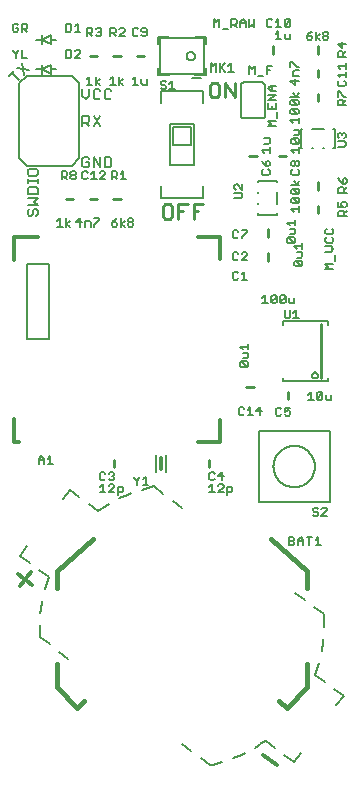
<source format=gbr>
G75*
%MOIN*%
%OFA0B0*%
%FSLAX25Y25*%
%IPPOS*%
%LPD*%
%AMOC8*
5,1,8,0,0,1.08239X$1,22.5*
%
%ADD10C,0.00600*%
%ADD11C,0.00900*%
%ADD12C,0.00500*%
%ADD13C,0.00800*%
%ADD14C,0.01000*%
%ADD15C,0.01600*%
%ADD16C,0.01200*%
%ADD17C,0.01181*%
D10*
X0025891Y0227128D02*
X0025891Y0224859D01*
X0027025Y0223725D01*
X0028159Y0224859D01*
X0028159Y0227128D01*
X0031842Y0226561D02*
X0031275Y0227128D01*
X0030141Y0227128D01*
X0029574Y0226561D01*
X0029574Y0224292D01*
X0030141Y0223725D01*
X0031275Y0223725D01*
X0031842Y0224292D01*
X0035525Y0226561D02*
X0034958Y0227128D01*
X0033824Y0227128D01*
X0033257Y0226561D01*
X0033257Y0224292D01*
X0033824Y0223725D01*
X0034958Y0223725D01*
X0035525Y0224292D01*
X0028159Y0203923D02*
X0027592Y0204490D01*
X0026458Y0204490D01*
X0025891Y0203923D01*
X0025891Y0201655D01*
X0026458Y0201087D01*
X0027592Y0201087D01*
X0028159Y0201655D01*
X0028159Y0202789D01*
X0027025Y0202789D01*
X0029574Y0201087D02*
X0029574Y0204490D01*
X0031842Y0201087D01*
X0031842Y0204490D01*
X0033257Y0204490D02*
X0033257Y0201087D01*
X0034958Y0201087D01*
X0035525Y0201655D01*
X0035525Y0203923D01*
X0034958Y0204490D01*
X0033257Y0204490D01*
X0004739Y0230065D02*
X0002333Y0232471D01*
X0001531Y0231669D02*
X0003135Y0233273D01*
X0004135Y0234273D02*
X0008146Y0233471D01*
X0006541Y0231867D02*
X0005739Y0235878D01*
X0025891Y0214867D02*
X0025891Y0218270D01*
X0027592Y0218270D01*
X0028159Y0217703D01*
X0028159Y0216568D01*
X0027592Y0216001D01*
X0025891Y0216001D01*
X0027025Y0216001D02*
X0028159Y0214867D01*
X0031842Y0214867D02*
X0029574Y0218270D01*
X0031842Y0218270D02*
X0029574Y0214867D01*
X0008183Y0187116D02*
X0007616Y0186549D01*
X0007616Y0185414D01*
X0008183Y0184847D01*
X0008750Y0184847D01*
X0009317Y0185414D01*
X0009317Y0186549D01*
X0009885Y0187116D01*
X0010452Y0187116D01*
X0011019Y0186549D01*
X0011019Y0185414D01*
X0010452Y0184847D01*
X0007616Y0188530D02*
X0011019Y0188530D01*
X0009885Y0189665D01*
X0011019Y0190799D01*
X0007616Y0190799D01*
X0007616Y0192214D02*
X0011019Y0192214D01*
X0011019Y0193915D01*
X0010452Y0194482D01*
X0008183Y0194482D01*
X0007616Y0193915D01*
X0007616Y0192214D01*
X0011019Y0195897D02*
X0011019Y0197031D01*
X0011019Y0196464D02*
X0007616Y0196464D01*
X0007616Y0195897D02*
X0007616Y0197031D01*
X0007616Y0200054D02*
X0007616Y0198919D01*
X0008183Y0198352D01*
X0010452Y0198352D01*
X0011019Y0198919D01*
X0011019Y0200054D01*
X0010452Y0200621D01*
X0008183Y0200621D01*
X0007616Y0200054D01*
X0084409Y0185346D02*
X0090787Y0185346D01*
X0090787Y0196543D02*
X0084409Y0196543D01*
X0090787Y0193000D02*
X0090787Y0188890D01*
X0084409Y0192630D02*
X0084409Y0193000D01*
X0084409Y0189260D02*
X0084409Y0188890D01*
X0084409Y0196173D02*
X0084409Y0196543D01*
X0084409Y0185717D02*
X0084409Y0185346D01*
X0090787Y0185346D02*
X0090787Y0185717D01*
X0090787Y0196173D02*
X0090787Y0196543D01*
X0078677Y0218425D02*
X0078677Y0228425D01*
X0086677Y0218425D02*
X0086675Y0218365D01*
X0086670Y0218304D01*
X0086661Y0218245D01*
X0086648Y0218186D01*
X0086632Y0218127D01*
X0086612Y0218070D01*
X0086589Y0218015D01*
X0086562Y0217960D01*
X0086533Y0217908D01*
X0086500Y0217857D01*
X0086464Y0217808D01*
X0086426Y0217762D01*
X0086384Y0217718D01*
X0086340Y0217676D01*
X0086294Y0217638D01*
X0086245Y0217602D01*
X0086194Y0217569D01*
X0086142Y0217540D01*
X0086087Y0217513D01*
X0086032Y0217490D01*
X0085975Y0217470D01*
X0085916Y0217454D01*
X0085857Y0217441D01*
X0085798Y0217432D01*
X0085737Y0217427D01*
X0085677Y0217425D01*
X0086677Y0228425D02*
X0086675Y0228485D01*
X0086670Y0228546D01*
X0086661Y0228605D01*
X0086648Y0228664D01*
X0086632Y0228723D01*
X0086612Y0228780D01*
X0086589Y0228835D01*
X0086562Y0228890D01*
X0086533Y0228942D01*
X0086500Y0228993D01*
X0086464Y0229042D01*
X0086426Y0229088D01*
X0086384Y0229132D01*
X0086340Y0229174D01*
X0086294Y0229212D01*
X0086245Y0229248D01*
X0086194Y0229281D01*
X0086142Y0229310D01*
X0086087Y0229337D01*
X0086032Y0229360D01*
X0085975Y0229380D01*
X0085916Y0229396D01*
X0085857Y0229409D01*
X0085798Y0229418D01*
X0085737Y0229423D01*
X0085677Y0229425D01*
X0079677Y0229425D02*
X0079617Y0229423D01*
X0079556Y0229418D01*
X0079497Y0229409D01*
X0079438Y0229396D01*
X0079379Y0229380D01*
X0079322Y0229360D01*
X0079267Y0229337D01*
X0079212Y0229310D01*
X0079160Y0229281D01*
X0079109Y0229248D01*
X0079060Y0229212D01*
X0079014Y0229174D01*
X0078970Y0229132D01*
X0078928Y0229088D01*
X0078890Y0229042D01*
X0078854Y0228993D01*
X0078821Y0228942D01*
X0078792Y0228890D01*
X0078765Y0228835D01*
X0078742Y0228780D01*
X0078722Y0228723D01*
X0078706Y0228664D01*
X0078693Y0228605D01*
X0078684Y0228546D01*
X0078679Y0228485D01*
X0078677Y0228425D01*
X0078677Y0218425D02*
X0078679Y0218365D01*
X0078684Y0218304D01*
X0078693Y0218245D01*
X0078706Y0218186D01*
X0078722Y0218127D01*
X0078742Y0218070D01*
X0078765Y0218015D01*
X0078792Y0217960D01*
X0078821Y0217908D01*
X0078854Y0217857D01*
X0078890Y0217808D01*
X0078928Y0217762D01*
X0078970Y0217718D01*
X0079014Y0217676D01*
X0079060Y0217638D01*
X0079109Y0217602D01*
X0079160Y0217569D01*
X0079212Y0217540D01*
X0079267Y0217513D01*
X0079322Y0217490D01*
X0079379Y0217470D01*
X0079438Y0217454D01*
X0079497Y0217441D01*
X0079556Y0217432D01*
X0079617Y0217427D01*
X0079677Y0217425D01*
X0085677Y0217425D01*
X0085677Y0229425D02*
X0079677Y0229425D01*
X0086677Y0228425D02*
X0086677Y0218425D01*
X0109929Y0213819D02*
X0109929Y0207441D01*
X0098732Y0207441D02*
X0098732Y0213819D01*
X0102276Y0213819D02*
X0106386Y0213819D01*
X0102646Y0207441D02*
X0102276Y0207441D01*
X0106016Y0207441D02*
X0106386Y0207441D01*
X0099102Y0207441D02*
X0098732Y0207441D01*
X0109559Y0207441D02*
X0109929Y0207441D01*
X0109929Y0213819D02*
X0109559Y0213819D01*
X0099102Y0213819D02*
X0098732Y0213819D01*
D11*
X0054967Y0188717D02*
X0053399Y0188717D01*
X0052615Y0187933D01*
X0052615Y0184797D01*
X0053399Y0184013D01*
X0054967Y0184013D01*
X0055751Y0184797D01*
X0055751Y0187933D01*
X0054967Y0188717D01*
X0057772Y0184013D02*
X0057772Y0188717D01*
X0060908Y0188717D01*
X0059340Y0186365D02*
X0057772Y0186365D01*
X0062928Y0184013D02*
X0062928Y0188717D01*
X0066064Y0188717D01*
X0064496Y0186365D02*
X0062928Y0186365D01*
X0070715Y0229071D02*
X0069147Y0229071D01*
X0068363Y0228287D01*
X0068363Y0225151D01*
X0069147Y0224367D01*
X0070715Y0224367D01*
X0071499Y0225151D01*
X0071499Y0228287D01*
X0070715Y0229071D01*
X0073520Y0224367D02*
X0073520Y0229071D01*
X0076656Y0224367D01*
X0076656Y0229071D01*
D12*
X0109494Y0167081D02*
X0106792Y0167081D01*
X0107693Y0167981D01*
X0106792Y0168882D01*
X0109494Y0168882D01*
X0109944Y0170027D02*
X0109944Y0171829D01*
X0106792Y0172974D02*
X0108593Y0172974D01*
X0109494Y0173875D01*
X0108593Y0174775D01*
X0106792Y0174775D01*
X0107242Y0177722D02*
X0106792Y0177271D01*
X0106792Y0176371D01*
X0107242Y0175920D01*
X0109044Y0175920D01*
X0109494Y0176371D01*
X0109494Y0177271D01*
X0109044Y0177722D01*
X0107242Y0180668D02*
X0106792Y0180218D01*
X0106792Y0179317D01*
X0107242Y0178867D01*
X0109044Y0178867D01*
X0109494Y0179317D01*
X0109494Y0180218D01*
X0109044Y0180668D01*
X0081451Y0232041D02*
X0081451Y0234744D01*
X0082352Y0233843D01*
X0083252Y0234744D01*
X0083252Y0232041D01*
X0084397Y0231591D02*
X0086199Y0231591D01*
X0087344Y0232041D02*
X0087344Y0234744D01*
X0089145Y0234744D01*
X0088245Y0233392D02*
X0087344Y0233392D01*
X0069640Y0247789D02*
X0069640Y0250492D01*
X0070541Y0249591D01*
X0071441Y0250492D01*
X0071441Y0247789D01*
X0072586Y0247339D02*
X0074388Y0247339D01*
X0075533Y0247789D02*
X0075533Y0250492D01*
X0076884Y0250492D01*
X0077334Y0250041D01*
X0077334Y0249141D01*
X0076884Y0248690D01*
X0075533Y0248690D01*
X0076434Y0248690D02*
X0077334Y0247789D01*
X0078479Y0247789D02*
X0078479Y0249591D01*
X0079380Y0250492D01*
X0080281Y0249591D01*
X0080281Y0247789D01*
X0080281Y0249141D02*
X0078479Y0249141D01*
X0081426Y0250492D02*
X0081426Y0247789D01*
X0082327Y0248690D01*
X0083227Y0247789D01*
X0083227Y0250492D01*
X0020427Y0240157D02*
X0020427Y0237455D01*
X0021778Y0237455D01*
X0022229Y0237905D01*
X0022229Y0239707D01*
X0021778Y0240157D01*
X0020427Y0240157D01*
X0025175Y0237455D02*
X0023374Y0237455D01*
X0025175Y0239256D01*
X0025175Y0239707D01*
X0024725Y0240157D01*
X0023824Y0240157D01*
X0023374Y0239707D01*
X0002711Y0240157D02*
X0002711Y0239707D01*
X0003611Y0238806D01*
X0004512Y0239707D01*
X0004512Y0240157D01*
X0003611Y0238806D02*
X0003611Y0237455D01*
X0005657Y0240157D02*
X0005657Y0237455D01*
X0007459Y0237455D01*
X0020427Y0249015D02*
X0020427Y0246313D01*
X0021778Y0246313D01*
X0022229Y0246763D01*
X0022229Y0248565D01*
X0021778Y0249015D01*
X0020427Y0249015D01*
X0023374Y0248115D02*
X0024274Y0249015D01*
X0024274Y0246313D01*
X0023374Y0246313D02*
X0025175Y0246313D01*
X0004512Y0248565D02*
X0004062Y0249015D01*
X0003161Y0249015D01*
X0002711Y0248565D01*
X0002711Y0246763D01*
X0003161Y0246313D01*
X0004062Y0246313D01*
X0004512Y0246763D01*
X0004512Y0247664D01*
X0003611Y0247664D01*
X0005657Y0246313D02*
X0005657Y0249015D01*
X0007008Y0249015D01*
X0007459Y0248565D01*
X0007459Y0247664D01*
X0007008Y0247214D01*
X0005657Y0247214D01*
X0006558Y0247214D02*
X0007459Y0246313D01*
X0027317Y0244837D02*
X0027317Y0247539D01*
X0028668Y0247539D01*
X0029118Y0247089D01*
X0029118Y0246188D01*
X0028668Y0245737D01*
X0027317Y0245737D01*
X0028218Y0245737D02*
X0029118Y0244837D01*
X0030263Y0247089D02*
X0030714Y0247539D01*
X0031615Y0247539D01*
X0032065Y0247089D01*
X0032065Y0246638D01*
X0031615Y0246188D01*
X0031164Y0246188D01*
X0031615Y0246188D02*
X0032065Y0245737D01*
X0032065Y0245287D01*
X0031615Y0244837D01*
X0030714Y0244837D01*
X0030263Y0245287D01*
X0027317Y0230398D02*
X0028218Y0231299D01*
X0028218Y0228596D01*
X0029118Y0228596D02*
X0027317Y0228596D01*
X0030263Y0228596D02*
X0030263Y0231299D01*
X0031615Y0228596D02*
X0030263Y0229497D01*
X0031615Y0230398D01*
X0035191Y0244837D02*
X0035191Y0247539D01*
X0036542Y0247539D01*
X0036992Y0247089D01*
X0036992Y0246188D01*
X0036542Y0245737D01*
X0035191Y0245737D01*
X0036092Y0245737D02*
X0036992Y0244837D01*
X0039939Y0244837D02*
X0038137Y0244837D01*
X0039939Y0246638D01*
X0039939Y0247089D01*
X0039489Y0247539D01*
X0038588Y0247539D01*
X0038137Y0247089D01*
X0035191Y0230398D02*
X0036092Y0231299D01*
X0036092Y0228596D01*
X0036992Y0228596D02*
X0035191Y0228596D01*
X0038137Y0228596D02*
X0038137Y0231299D01*
X0039489Y0228596D02*
X0038137Y0229497D01*
X0039489Y0230398D01*
X0094738Y0075053D02*
X0094738Y0077755D01*
X0096089Y0077755D01*
X0096540Y0077305D01*
X0096540Y0076855D01*
X0096089Y0076404D01*
X0096540Y0075954D01*
X0096540Y0075504D01*
X0096089Y0075053D01*
X0094738Y0075053D01*
X0094738Y0076404D02*
X0096089Y0076404D01*
X0097685Y0075053D02*
X0097685Y0076855D01*
X0098585Y0077755D01*
X0099486Y0076855D01*
X0099486Y0075053D01*
X0099486Y0076404D02*
X0097685Y0076404D01*
X0101532Y0075053D02*
X0101532Y0077755D01*
X0100631Y0077755D02*
X0102433Y0077755D01*
X0103578Y0076855D02*
X0104479Y0077755D01*
X0104479Y0075053D01*
X0105379Y0075053D02*
X0103578Y0075053D01*
X0077839Y0165888D02*
X0077389Y0166338D01*
X0076488Y0166338D01*
X0076037Y0165888D01*
X0076037Y0164086D01*
X0076488Y0163636D01*
X0077389Y0163636D01*
X0077839Y0164086D01*
X0078984Y0165437D02*
X0079885Y0166338D01*
X0079885Y0163636D01*
X0080785Y0163636D02*
X0078984Y0163636D01*
X0085880Y0157563D02*
X0086781Y0158464D01*
X0086781Y0155762D01*
X0087681Y0155762D02*
X0085880Y0155762D01*
X0088826Y0156212D02*
X0088826Y0158014D01*
X0089277Y0158464D01*
X0090178Y0158464D01*
X0090628Y0158014D01*
X0090628Y0156212D01*
X0090178Y0155762D01*
X0089277Y0155762D01*
X0088826Y0156212D01*
X0090628Y0158014D01*
X0091773Y0156212D02*
X0091773Y0158014D01*
X0092223Y0158464D01*
X0093124Y0158464D01*
X0093574Y0158014D01*
X0093574Y0156212D01*
X0093124Y0155762D01*
X0092223Y0155762D01*
X0091773Y0156212D01*
X0093574Y0158014D01*
X0094719Y0157563D02*
X0094719Y0156212D01*
X0095170Y0155762D01*
X0096521Y0155762D01*
X0096521Y0157563D01*
X0086081Y0200378D02*
X0085630Y0199928D01*
X0085630Y0199027D01*
X0086081Y0198577D01*
X0087882Y0198577D01*
X0088333Y0199027D01*
X0088333Y0199928D01*
X0087882Y0200378D01*
X0085630Y0203325D02*
X0086081Y0202424D01*
X0086982Y0201523D01*
X0087882Y0201523D01*
X0088333Y0201974D01*
X0088333Y0202874D01*
X0087882Y0203325D01*
X0087432Y0203325D01*
X0086982Y0202874D01*
X0086982Y0201523D01*
X0086531Y0205959D02*
X0085630Y0206859D01*
X0088333Y0206859D01*
X0088333Y0205959D02*
X0088333Y0207760D01*
X0086531Y0208905D02*
X0087882Y0208905D01*
X0088333Y0209356D01*
X0088333Y0210707D01*
X0086531Y0210707D01*
X0095923Y0200378D02*
X0095473Y0199928D01*
X0095473Y0199027D01*
X0095923Y0198577D01*
X0097725Y0198577D01*
X0098175Y0199027D01*
X0098175Y0199928D01*
X0097725Y0200378D01*
X0095923Y0201523D02*
X0095473Y0201974D01*
X0095473Y0202874D01*
X0095923Y0203325D01*
X0096374Y0203325D01*
X0096824Y0202874D01*
X0097274Y0203325D01*
X0097725Y0203325D01*
X0098175Y0202874D01*
X0098175Y0201974D01*
X0097725Y0201523D01*
X0097274Y0201523D01*
X0096824Y0201974D01*
X0096374Y0201523D01*
X0095923Y0201523D01*
X0096824Y0201974D02*
X0096824Y0202874D01*
X0096374Y0205959D02*
X0095473Y0206859D01*
X0098175Y0206859D01*
X0098175Y0205959D02*
X0098175Y0207760D01*
X0097725Y0208905D02*
X0095923Y0208905D01*
X0095473Y0209356D01*
X0095473Y0210256D01*
X0095923Y0210707D01*
X0097725Y0210707D01*
X0098175Y0210256D01*
X0098175Y0209356D01*
X0097725Y0208905D01*
X0095923Y0210707D01*
X0096374Y0211852D02*
X0097725Y0211852D01*
X0098175Y0212302D01*
X0098175Y0213653D01*
X0096374Y0213653D01*
X0113923Y0184797D02*
X0111221Y0184797D01*
X0111221Y0186148D01*
X0111671Y0186599D01*
X0112572Y0186599D01*
X0113022Y0186148D01*
X0113022Y0184797D01*
X0113022Y0185698D02*
X0113923Y0186599D01*
X0111221Y0189545D02*
X0111221Y0187744D01*
X0112572Y0187744D01*
X0112122Y0188645D01*
X0112122Y0189095D01*
X0112572Y0189545D01*
X0113473Y0189545D01*
X0113923Y0189095D01*
X0113923Y0188194D01*
X0113473Y0187744D01*
X0111426Y0229925D02*
X0110976Y0229474D01*
X0110976Y0228573D01*
X0111426Y0228123D01*
X0113228Y0228123D01*
X0113678Y0228573D01*
X0113678Y0229474D01*
X0113228Y0229925D01*
X0111877Y0231070D02*
X0110976Y0231970D01*
X0113678Y0231970D01*
X0113678Y0231070D02*
X0113678Y0232871D01*
X0111877Y0234016D02*
X0110976Y0234917D01*
X0113678Y0234917D01*
X0113678Y0234016D02*
X0113678Y0235818D01*
X0097930Y0229966D02*
X0095228Y0229966D01*
X0096579Y0228615D01*
X0096579Y0230417D01*
X0097930Y0231562D02*
X0096129Y0231562D01*
X0096129Y0232913D01*
X0096579Y0233363D01*
X0097930Y0233363D01*
X0095228Y0234508D02*
X0095228Y0236310D01*
X0095678Y0236310D01*
X0097480Y0234508D01*
X0097930Y0234508D01*
X0076527Y0190715D02*
X0078779Y0190715D01*
X0079230Y0191166D01*
X0079230Y0192066D01*
X0078779Y0192517D01*
X0076527Y0192517D01*
X0079230Y0195463D02*
X0079230Y0193662D01*
X0077428Y0195463D01*
X0076978Y0195463D01*
X0076527Y0195013D01*
X0076527Y0194112D01*
X0076978Y0193662D01*
X0092195Y0120528D02*
X0091745Y0120978D01*
X0090844Y0120978D01*
X0090393Y0120528D01*
X0090393Y0118726D01*
X0090844Y0118276D01*
X0091745Y0118276D01*
X0092195Y0118726D01*
X0095142Y0120978D02*
X0093340Y0120978D01*
X0093340Y0119627D01*
X0094241Y0120077D01*
X0094691Y0120077D01*
X0095142Y0119627D01*
X0095142Y0118726D01*
X0094691Y0118276D01*
X0093790Y0118276D01*
X0093340Y0118726D01*
X0101155Y0125328D02*
X0102055Y0126229D01*
X0102055Y0123526D01*
X0101155Y0123526D02*
X0102956Y0123526D01*
X0104101Y0123977D02*
X0104101Y0125778D01*
X0104551Y0126229D01*
X0105452Y0126229D01*
X0105903Y0125778D01*
X0105903Y0123977D01*
X0105452Y0123526D01*
X0104551Y0123526D01*
X0104101Y0123977D01*
X0105903Y0125778D01*
X0107048Y0125328D02*
X0107048Y0123977D01*
X0107498Y0123526D01*
X0108849Y0123526D01*
X0108849Y0125328D01*
X0043065Y0097933D02*
X0043065Y0097482D01*
X0043966Y0096581D01*
X0044866Y0097482D01*
X0044866Y0097933D01*
X0043966Y0096581D02*
X0043966Y0095230D01*
X0046011Y0097032D02*
X0046912Y0097933D01*
X0046912Y0095230D01*
X0046011Y0095230D02*
X0047813Y0095230D01*
X0033548Y0098959D02*
X0033097Y0099409D01*
X0032196Y0099409D01*
X0031746Y0098959D01*
X0031746Y0097157D01*
X0032196Y0096707D01*
X0033097Y0096707D01*
X0033548Y0097157D01*
X0034693Y0098959D02*
X0035143Y0099409D01*
X0036044Y0099409D01*
X0036494Y0098959D01*
X0036494Y0098508D01*
X0036044Y0098058D01*
X0035593Y0098058D01*
X0036044Y0098058D02*
X0036494Y0097607D01*
X0036494Y0097157D01*
X0036044Y0096707D01*
X0035143Y0096707D01*
X0034693Y0097157D01*
X0031746Y0094571D02*
X0032647Y0095472D01*
X0032647Y0092770D01*
X0031746Y0092770D02*
X0033548Y0092770D01*
X0036494Y0092770D02*
X0034693Y0092770D01*
X0036494Y0094571D01*
X0036494Y0095022D01*
X0036044Y0095472D01*
X0035143Y0095472D01*
X0034693Y0095022D01*
X0037639Y0091869D02*
X0037639Y0094571D01*
X0038990Y0094571D01*
X0039441Y0094121D01*
X0039441Y0093220D01*
X0038990Y0092770D01*
X0037639Y0092770D01*
X0069965Y0098959D02*
X0069515Y0099409D01*
X0068614Y0099409D01*
X0068163Y0098959D01*
X0068163Y0097157D01*
X0068614Y0096707D01*
X0069515Y0096707D01*
X0069965Y0097157D01*
X0072461Y0096707D02*
X0072461Y0099409D01*
X0071110Y0098058D01*
X0072911Y0098058D01*
X0068163Y0094571D02*
X0069064Y0095472D01*
X0069064Y0092770D01*
X0068163Y0092770D02*
X0069965Y0092770D01*
X0072911Y0092770D02*
X0071110Y0092770D01*
X0072911Y0094571D01*
X0072911Y0095022D01*
X0072461Y0095472D01*
X0071560Y0095472D01*
X0071110Y0095022D01*
X0074056Y0091869D02*
X0074056Y0094571D01*
X0075408Y0094571D01*
X0075858Y0094121D01*
X0075858Y0093220D01*
X0075408Y0092770D01*
X0074056Y0092770D01*
X0090423Y0214704D02*
X0087721Y0214704D01*
X0088622Y0215604D01*
X0087721Y0216505D01*
X0090423Y0216505D01*
X0090873Y0217650D02*
X0090873Y0219452D01*
X0087721Y0222398D02*
X0087721Y0220597D01*
X0090423Y0220597D01*
X0090423Y0222398D01*
X0089072Y0221497D02*
X0089072Y0220597D01*
X0090423Y0223543D02*
X0087721Y0223543D01*
X0090423Y0225345D01*
X0087721Y0225345D01*
X0090423Y0226490D02*
X0088622Y0226490D01*
X0087721Y0227390D01*
X0088622Y0228291D01*
X0090423Y0228291D01*
X0089072Y0228291D02*
X0089072Y0226490D01*
X0007402Y0168701D02*
X0014902Y0168701D01*
X0014902Y0143701D01*
X0007402Y0143701D01*
X0007402Y0168701D01*
X0011325Y0102089D02*
X0011325Y0103891D01*
X0012226Y0104792D01*
X0013127Y0103891D01*
X0013127Y0102089D01*
X0013127Y0103441D02*
X0011325Y0103441D01*
X0014272Y0103891D02*
X0015173Y0104792D01*
X0015173Y0102089D01*
X0014272Y0102089D02*
X0016074Y0102089D01*
X0077839Y0179667D02*
X0077389Y0180118D01*
X0076488Y0180118D01*
X0076037Y0179667D01*
X0076037Y0177866D01*
X0076488Y0177415D01*
X0077389Y0177415D01*
X0077839Y0177866D01*
X0078984Y0180118D02*
X0080785Y0180118D01*
X0080785Y0179667D01*
X0078984Y0177866D01*
X0078984Y0177415D01*
X0098709Y0168065D02*
X0096908Y0168065D01*
X0096457Y0168515D01*
X0096457Y0169416D01*
X0096908Y0169866D01*
X0098709Y0169866D01*
X0099159Y0169416D01*
X0099159Y0168515D01*
X0098709Y0168065D01*
X0096908Y0169866D01*
X0097358Y0171011D02*
X0098709Y0171011D01*
X0099159Y0171462D01*
X0099159Y0172813D01*
X0097358Y0172813D01*
X0097358Y0173958D02*
X0096457Y0174859D01*
X0099159Y0174859D01*
X0099159Y0173958D02*
X0099159Y0175760D01*
X0110976Y0207940D02*
X0113228Y0207940D01*
X0113678Y0208390D01*
X0113678Y0209291D01*
X0113228Y0209741D01*
X0110976Y0209741D01*
X0111426Y0210886D02*
X0110976Y0211337D01*
X0110976Y0212237D01*
X0111426Y0212688D01*
X0111877Y0212688D01*
X0112327Y0212237D01*
X0112327Y0211787D01*
X0112327Y0212237D02*
X0112778Y0212688D01*
X0113228Y0212688D01*
X0113678Y0212237D01*
X0113678Y0211337D01*
X0113228Y0210886D01*
X0066457Y0244094D02*
X0066457Y0232283D01*
X0051654Y0232283D01*
X0051654Y0244094D01*
X0066457Y0244094D01*
X0060616Y0238189D02*
X0060618Y0238263D01*
X0060624Y0238337D01*
X0060634Y0238410D01*
X0060647Y0238483D01*
X0060665Y0238555D01*
X0060686Y0238626D01*
X0060712Y0238696D01*
X0060740Y0238764D01*
X0060773Y0238831D01*
X0060809Y0238896D01*
X0060848Y0238958D01*
X0060891Y0239019D01*
X0060936Y0239077D01*
X0060985Y0239133D01*
X0061037Y0239186D01*
X0061091Y0239237D01*
X0061148Y0239284D01*
X0061208Y0239328D01*
X0061270Y0239369D01*
X0061334Y0239407D01*
X0061399Y0239441D01*
X0061467Y0239471D01*
X0061536Y0239498D01*
X0061606Y0239522D01*
X0061678Y0239541D01*
X0061750Y0239557D01*
X0061823Y0239569D01*
X0061897Y0239577D01*
X0061971Y0239581D01*
X0062045Y0239581D01*
X0062119Y0239577D01*
X0062193Y0239569D01*
X0062266Y0239557D01*
X0062338Y0239541D01*
X0062410Y0239522D01*
X0062480Y0239498D01*
X0062549Y0239471D01*
X0062617Y0239441D01*
X0062682Y0239407D01*
X0062746Y0239369D01*
X0062808Y0239328D01*
X0062868Y0239284D01*
X0062925Y0239237D01*
X0062979Y0239186D01*
X0063031Y0239133D01*
X0063080Y0239077D01*
X0063125Y0239019D01*
X0063168Y0238958D01*
X0063207Y0238896D01*
X0063243Y0238831D01*
X0063276Y0238764D01*
X0063304Y0238696D01*
X0063330Y0238626D01*
X0063351Y0238555D01*
X0063369Y0238483D01*
X0063382Y0238410D01*
X0063392Y0238337D01*
X0063398Y0238263D01*
X0063400Y0238189D01*
X0063398Y0238115D01*
X0063392Y0238041D01*
X0063382Y0237968D01*
X0063369Y0237895D01*
X0063351Y0237823D01*
X0063330Y0237752D01*
X0063304Y0237682D01*
X0063276Y0237614D01*
X0063243Y0237547D01*
X0063207Y0237482D01*
X0063168Y0237420D01*
X0063125Y0237359D01*
X0063080Y0237301D01*
X0063031Y0237245D01*
X0062979Y0237192D01*
X0062925Y0237141D01*
X0062868Y0237094D01*
X0062808Y0237050D01*
X0062746Y0237009D01*
X0062682Y0236971D01*
X0062617Y0236937D01*
X0062549Y0236907D01*
X0062480Y0236880D01*
X0062410Y0236856D01*
X0062338Y0236837D01*
X0062266Y0236821D01*
X0062193Y0236809D01*
X0062119Y0236801D01*
X0062045Y0236797D01*
X0061971Y0236797D01*
X0061897Y0236801D01*
X0061823Y0236809D01*
X0061750Y0236821D01*
X0061678Y0236837D01*
X0061606Y0236856D01*
X0061536Y0236880D01*
X0061467Y0236907D01*
X0061399Y0236937D01*
X0061334Y0236971D01*
X0061270Y0237009D01*
X0061208Y0237050D01*
X0061148Y0237094D01*
X0061091Y0237141D01*
X0061037Y0237192D01*
X0060985Y0237245D01*
X0060936Y0237301D01*
X0060891Y0237359D01*
X0060848Y0237420D01*
X0060809Y0237482D01*
X0060773Y0237547D01*
X0060740Y0237614D01*
X0060712Y0237682D01*
X0060686Y0237752D01*
X0060665Y0237823D01*
X0060647Y0237895D01*
X0060634Y0237968D01*
X0060624Y0238041D01*
X0060618Y0238115D01*
X0060616Y0238189D01*
X0062402Y0230906D02*
X0065354Y0230906D01*
X0066929Y0242126D02*
X0066929Y0244488D01*
X0063386Y0244488D01*
X0066929Y0234252D02*
X0066929Y0231890D01*
X0063386Y0231890D01*
X0054724Y0231890D02*
X0051181Y0231890D01*
X0051181Y0234252D01*
X0054724Y0244488D02*
X0051181Y0244488D01*
X0051181Y0242126D01*
X0068656Y0233026D02*
X0068656Y0235728D01*
X0069556Y0234827D01*
X0070457Y0235728D01*
X0070457Y0233026D01*
X0071602Y0233026D02*
X0071602Y0235728D01*
X0071602Y0233926D02*
X0073404Y0235728D01*
X0072052Y0234377D02*
X0073404Y0233026D01*
X0074549Y0234827D02*
X0075449Y0235728D01*
X0075449Y0233026D01*
X0074549Y0233026D02*
X0076350Y0233026D01*
X0044374Y0247089D02*
X0043924Y0247539D01*
X0043023Y0247539D01*
X0042573Y0247089D01*
X0042573Y0245287D01*
X0043023Y0244837D01*
X0043924Y0244837D01*
X0044374Y0245287D01*
X0045519Y0245287D02*
X0045970Y0244837D01*
X0046870Y0244837D01*
X0047321Y0245287D01*
X0047321Y0247089D01*
X0046870Y0247539D01*
X0045970Y0247539D01*
X0045519Y0247089D01*
X0045519Y0246638D01*
X0045970Y0246188D01*
X0047321Y0246188D01*
X0042573Y0230398D02*
X0043474Y0231299D01*
X0043474Y0228596D01*
X0044374Y0228596D02*
X0042573Y0228596D01*
X0045519Y0230398D02*
X0045519Y0229047D01*
X0045970Y0228596D01*
X0047321Y0228596D01*
X0047321Y0230398D01*
X0113923Y0192671D02*
X0111221Y0192671D01*
X0111221Y0194022D01*
X0111671Y0194473D01*
X0112572Y0194473D01*
X0113022Y0194022D01*
X0113022Y0192671D01*
X0113022Y0193572D02*
X0113923Y0194473D01*
X0111221Y0197419D02*
X0111671Y0196519D01*
X0112572Y0195618D01*
X0113473Y0195618D01*
X0113923Y0196068D01*
X0113923Y0196969D01*
X0113473Y0197419D01*
X0113022Y0197419D01*
X0112572Y0196969D01*
X0112572Y0195618D01*
X0096374Y0186274D02*
X0095473Y0187174D01*
X0098175Y0187174D01*
X0098175Y0186274D02*
X0098175Y0188075D01*
X0097725Y0189220D02*
X0095923Y0189220D01*
X0095473Y0189671D01*
X0095473Y0190571D01*
X0095923Y0191022D01*
X0097725Y0191022D01*
X0098175Y0190571D01*
X0098175Y0189671D01*
X0097725Y0189220D01*
X0095923Y0191022D01*
X0097725Y0192167D02*
X0095923Y0192167D01*
X0095473Y0192617D01*
X0095473Y0193518D01*
X0095923Y0193968D01*
X0097725Y0193968D01*
X0098175Y0193518D01*
X0098175Y0192617D01*
X0097725Y0192167D01*
X0095923Y0193968D01*
X0095473Y0195113D02*
X0098175Y0195113D01*
X0098175Y0196464D02*
X0097274Y0195113D01*
X0096374Y0196464D01*
X0113678Y0237959D02*
X0110976Y0237959D01*
X0110976Y0239310D01*
X0111426Y0239761D01*
X0112327Y0239761D01*
X0112778Y0239310D01*
X0112778Y0237959D01*
X0112778Y0238860D02*
X0113678Y0239761D01*
X0113678Y0242257D02*
X0110976Y0242257D01*
X0112327Y0240906D01*
X0112327Y0242707D01*
X0102463Y0246307D02*
X0101562Y0245857D01*
X0100661Y0244956D01*
X0100661Y0244055D01*
X0101112Y0243605D01*
X0102013Y0243605D01*
X0102463Y0244055D01*
X0102463Y0244506D01*
X0102013Y0244956D01*
X0100661Y0244956D01*
X0103608Y0243605D02*
X0103608Y0246307D01*
X0104959Y0243605D02*
X0103608Y0244506D01*
X0104959Y0245407D01*
X0106063Y0245857D02*
X0106514Y0246307D01*
X0107414Y0246307D01*
X0107865Y0245857D01*
X0107865Y0245407D01*
X0107414Y0244956D01*
X0107865Y0244506D01*
X0107865Y0244055D01*
X0107414Y0243605D01*
X0106514Y0243605D01*
X0106063Y0244055D01*
X0106063Y0244506D01*
X0106514Y0244956D01*
X0106063Y0245407D01*
X0106063Y0245857D01*
X0106514Y0244956D02*
X0107414Y0244956D01*
X0113678Y0221719D02*
X0110976Y0221719D01*
X0110976Y0223070D01*
X0111426Y0223521D01*
X0112327Y0223521D01*
X0112778Y0223070D01*
X0112778Y0221719D01*
X0112778Y0222620D02*
X0113678Y0223521D01*
X0110976Y0224666D02*
X0110976Y0226467D01*
X0111426Y0226467D01*
X0113228Y0224666D01*
X0113678Y0224666D01*
X0096129Y0215825D02*
X0095228Y0216726D01*
X0097930Y0216726D01*
X0097930Y0215825D02*
X0097930Y0217627D01*
X0097480Y0218772D02*
X0095678Y0218772D01*
X0095228Y0219222D01*
X0095228Y0220123D01*
X0095678Y0220573D01*
X0097480Y0220573D01*
X0097930Y0220123D01*
X0097930Y0219222D01*
X0097480Y0218772D01*
X0095678Y0220573D01*
X0097480Y0221718D02*
X0095678Y0221718D01*
X0095228Y0222169D01*
X0095228Y0223069D01*
X0095678Y0223520D01*
X0097480Y0223520D01*
X0097930Y0223069D01*
X0097930Y0222169D01*
X0097480Y0221718D01*
X0095678Y0223520D01*
X0095228Y0224665D02*
X0097930Y0224665D01*
X0097930Y0226016D02*
X0097030Y0224665D01*
X0096129Y0226016D01*
X0089158Y0250041D02*
X0088707Y0250492D01*
X0087807Y0250492D01*
X0087356Y0250041D01*
X0087356Y0248240D01*
X0087807Y0247789D01*
X0088707Y0247789D01*
X0089158Y0248240D01*
X0090303Y0249591D02*
X0091204Y0250492D01*
X0091204Y0247789D01*
X0092104Y0247789D02*
X0090303Y0247789D01*
X0093249Y0248240D02*
X0093249Y0250041D01*
X0093700Y0250492D01*
X0094600Y0250492D01*
X0095051Y0250041D01*
X0095051Y0248240D01*
X0094600Y0247789D01*
X0093700Y0247789D01*
X0093249Y0248240D01*
X0095051Y0250041D01*
X0090309Y0245654D02*
X0091210Y0246555D01*
X0091210Y0243852D01*
X0090309Y0243852D02*
X0092111Y0243852D01*
X0093256Y0245654D02*
X0093256Y0244303D01*
X0093706Y0243852D01*
X0095057Y0243852D01*
X0095057Y0245654D01*
X0022264Y0201535D02*
X0007264Y0201535D01*
X0004764Y0204035D01*
X0022264Y0201535D02*
X0024764Y0204035D01*
X0024764Y0229035D01*
X0022264Y0231535D01*
X0007264Y0231535D01*
X0004764Y0229035D01*
X0004764Y0204035D01*
X0108268Y0113189D02*
X0084646Y0113189D01*
X0084646Y0089567D01*
X0108268Y0089567D01*
X0108268Y0113189D01*
X0089567Y0101378D02*
X0089569Y0101547D01*
X0089575Y0101716D01*
X0089586Y0101885D01*
X0089600Y0102053D01*
X0089619Y0102221D01*
X0089642Y0102389D01*
X0089668Y0102556D01*
X0089699Y0102722D01*
X0089734Y0102888D01*
X0089773Y0103052D01*
X0089817Y0103216D01*
X0089864Y0103378D01*
X0089915Y0103539D01*
X0089970Y0103699D01*
X0090029Y0103858D01*
X0090091Y0104015D01*
X0090158Y0104170D01*
X0090229Y0104324D01*
X0090303Y0104476D01*
X0090381Y0104626D01*
X0090462Y0104774D01*
X0090547Y0104920D01*
X0090636Y0105064D01*
X0090728Y0105206D01*
X0090824Y0105345D01*
X0090923Y0105482D01*
X0091025Y0105617D01*
X0091131Y0105749D01*
X0091240Y0105878D01*
X0091352Y0106005D01*
X0091467Y0106129D01*
X0091585Y0106250D01*
X0091706Y0106368D01*
X0091830Y0106483D01*
X0091957Y0106595D01*
X0092086Y0106704D01*
X0092218Y0106810D01*
X0092353Y0106912D01*
X0092490Y0107011D01*
X0092629Y0107107D01*
X0092771Y0107199D01*
X0092915Y0107288D01*
X0093061Y0107373D01*
X0093209Y0107454D01*
X0093359Y0107532D01*
X0093511Y0107606D01*
X0093665Y0107677D01*
X0093820Y0107744D01*
X0093977Y0107806D01*
X0094136Y0107865D01*
X0094296Y0107920D01*
X0094457Y0107971D01*
X0094619Y0108018D01*
X0094783Y0108062D01*
X0094947Y0108101D01*
X0095113Y0108136D01*
X0095279Y0108167D01*
X0095446Y0108193D01*
X0095614Y0108216D01*
X0095782Y0108235D01*
X0095950Y0108249D01*
X0096119Y0108260D01*
X0096288Y0108266D01*
X0096457Y0108268D01*
X0096626Y0108266D01*
X0096795Y0108260D01*
X0096964Y0108249D01*
X0097132Y0108235D01*
X0097300Y0108216D01*
X0097468Y0108193D01*
X0097635Y0108167D01*
X0097801Y0108136D01*
X0097967Y0108101D01*
X0098131Y0108062D01*
X0098295Y0108018D01*
X0098457Y0107971D01*
X0098618Y0107920D01*
X0098778Y0107865D01*
X0098937Y0107806D01*
X0099094Y0107744D01*
X0099249Y0107677D01*
X0099403Y0107606D01*
X0099555Y0107532D01*
X0099705Y0107454D01*
X0099853Y0107373D01*
X0099999Y0107288D01*
X0100143Y0107199D01*
X0100285Y0107107D01*
X0100424Y0107011D01*
X0100561Y0106912D01*
X0100696Y0106810D01*
X0100828Y0106704D01*
X0100957Y0106595D01*
X0101084Y0106483D01*
X0101208Y0106368D01*
X0101329Y0106250D01*
X0101447Y0106129D01*
X0101562Y0106005D01*
X0101674Y0105878D01*
X0101783Y0105749D01*
X0101889Y0105617D01*
X0101991Y0105482D01*
X0102090Y0105345D01*
X0102186Y0105206D01*
X0102278Y0105064D01*
X0102367Y0104920D01*
X0102452Y0104774D01*
X0102533Y0104626D01*
X0102611Y0104476D01*
X0102685Y0104324D01*
X0102756Y0104170D01*
X0102823Y0104015D01*
X0102885Y0103858D01*
X0102944Y0103699D01*
X0102999Y0103539D01*
X0103050Y0103378D01*
X0103097Y0103216D01*
X0103141Y0103052D01*
X0103180Y0102888D01*
X0103215Y0102722D01*
X0103246Y0102556D01*
X0103272Y0102389D01*
X0103295Y0102221D01*
X0103314Y0102053D01*
X0103328Y0101885D01*
X0103339Y0101716D01*
X0103345Y0101547D01*
X0103347Y0101378D01*
X0103345Y0101209D01*
X0103339Y0101040D01*
X0103328Y0100871D01*
X0103314Y0100703D01*
X0103295Y0100535D01*
X0103272Y0100367D01*
X0103246Y0100200D01*
X0103215Y0100034D01*
X0103180Y0099868D01*
X0103141Y0099704D01*
X0103097Y0099540D01*
X0103050Y0099378D01*
X0102999Y0099217D01*
X0102944Y0099057D01*
X0102885Y0098898D01*
X0102823Y0098741D01*
X0102756Y0098586D01*
X0102685Y0098432D01*
X0102611Y0098280D01*
X0102533Y0098130D01*
X0102452Y0097982D01*
X0102367Y0097836D01*
X0102278Y0097692D01*
X0102186Y0097550D01*
X0102090Y0097411D01*
X0101991Y0097274D01*
X0101889Y0097139D01*
X0101783Y0097007D01*
X0101674Y0096878D01*
X0101562Y0096751D01*
X0101447Y0096627D01*
X0101329Y0096506D01*
X0101208Y0096388D01*
X0101084Y0096273D01*
X0100957Y0096161D01*
X0100828Y0096052D01*
X0100696Y0095946D01*
X0100561Y0095844D01*
X0100424Y0095745D01*
X0100285Y0095649D01*
X0100143Y0095557D01*
X0099999Y0095468D01*
X0099853Y0095383D01*
X0099705Y0095302D01*
X0099555Y0095224D01*
X0099403Y0095150D01*
X0099249Y0095079D01*
X0099094Y0095012D01*
X0098937Y0094950D01*
X0098778Y0094891D01*
X0098618Y0094836D01*
X0098457Y0094785D01*
X0098295Y0094738D01*
X0098131Y0094694D01*
X0097967Y0094655D01*
X0097801Y0094620D01*
X0097635Y0094589D01*
X0097468Y0094563D01*
X0097300Y0094540D01*
X0097132Y0094521D01*
X0096964Y0094507D01*
X0096795Y0094496D01*
X0096626Y0094490D01*
X0096457Y0094488D01*
X0096288Y0094490D01*
X0096119Y0094496D01*
X0095950Y0094507D01*
X0095782Y0094521D01*
X0095614Y0094540D01*
X0095446Y0094563D01*
X0095279Y0094589D01*
X0095113Y0094620D01*
X0094947Y0094655D01*
X0094783Y0094694D01*
X0094619Y0094738D01*
X0094457Y0094785D01*
X0094296Y0094836D01*
X0094136Y0094891D01*
X0093977Y0094950D01*
X0093820Y0095012D01*
X0093665Y0095079D01*
X0093511Y0095150D01*
X0093359Y0095224D01*
X0093209Y0095302D01*
X0093061Y0095383D01*
X0092915Y0095468D01*
X0092771Y0095557D01*
X0092629Y0095649D01*
X0092490Y0095745D01*
X0092353Y0095844D01*
X0092218Y0095946D01*
X0092086Y0096052D01*
X0091957Y0096161D01*
X0091830Y0096273D01*
X0091706Y0096388D01*
X0091585Y0096506D01*
X0091467Y0096627D01*
X0091352Y0096751D01*
X0091240Y0096878D01*
X0091131Y0097007D01*
X0091025Y0097139D01*
X0090923Y0097274D01*
X0090824Y0097411D01*
X0090728Y0097550D01*
X0090636Y0097692D01*
X0090547Y0097836D01*
X0090462Y0097982D01*
X0090381Y0098130D01*
X0090303Y0098280D01*
X0090229Y0098432D01*
X0090158Y0098586D01*
X0090091Y0098741D01*
X0090029Y0098898D01*
X0089970Y0099057D01*
X0089915Y0099217D01*
X0089864Y0099378D01*
X0089817Y0099540D01*
X0089773Y0099704D01*
X0089734Y0099868D01*
X0089699Y0100034D01*
X0089668Y0100200D01*
X0089642Y0100367D01*
X0089619Y0100535D01*
X0089600Y0100703D01*
X0089586Y0100871D01*
X0089575Y0101040D01*
X0089569Y0101209D01*
X0089567Y0101378D01*
X0104426Y0087148D02*
X0103976Y0087598D01*
X0103075Y0087598D01*
X0102625Y0087148D01*
X0102625Y0086697D01*
X0103075Y0086247D01*
X0103976Y0086247D01*
X0104426Y0085796D01*
X0104426Y0085346D01*
X0103976Y0084896D01*
X0103075Y0084896D01*
X0102625Y0085346D01*
X0107373Y0084896D02*
X0105571Y0084896D01*
X0107373Y0086697D01*
X0107373Y0087148D01*
X0106922Y0087598D01*
X0106022Y0087598D01*
X0105571Y0087148D01*
X0018951Y0197100D02*
X0018951Y0199803D01*
X0020302Y0199803D01*
X0020752Y0199352D01*
X0020752Y0198452D01*
X0020302Y0198001D01*
X0018951Y0198001D01*
X0019852Y0198001D02*
X0020752Y0197100D01*
X0021897Y0199352D02*
X0022348Y0199803D01*
X0023248Y0199803D01*
X0023699Y0199352D01*
X0023699Y0198902D01*
X0023248Y0198452D01*
X0023699Y0198001D01*
X0023699Y0197551D01*
X0023248Y0197100D01*
X0022348Y0197100D01*
X0021897Y0197551D01*
X0021897Y0198001D01*
X0022348Y0198452D01*
X0021897Y0198902D01*
X0021897Y0199352D01*
X0022348Y0198452D02*
X0023248Y0198452D01*
X0017474Y0183154D02*
X0018375Y0184055D01*
X0018375Y0181352D01*
X0017474Y0181352D02*
X0019276Y0181352D01*
X0020421Y0181352D02*
X0020421Y0184055D01*
X0021772Y0181352D02*
X0020421Y0182253D01*
X0021772Y0183154D01*
X0065945Y0222441D02*
X0065945Y0226378D01*
X0052165Y0226378D01*
X0052165Y0222441D01*
X0052165Y0194882D02*
X0052165Y0190945D01*
X0065945Y0190945D01*
X0065945Y0194882D01*
X0055118Y0215551D02*
X0062992Y0215551D01*
X0062992Y0201772D01*
X0055118Y0215551D02*
X0055118Y0201772D01*
X0062992Y0201772D01*
X0062008Y0214567D02*
X0062008Y0208661D01*
X0056102Y0208661D01*
X0056102Y0214567D01*
X0062008Y0214567D01*
X0053725Y0229372D02*
X0053274Y0229822D01*
X0052374Y0229822D01*
X0051923Y0229372D01*
X0051923Y0228922D01*
X0052374Y0228471D01*
X0053274Y0228471D01*
X0053725Y0228021D01*
X0053725Y0227570D01*
X0053274Y0227120D01*
X0052374Y0227120D01*
X0051923Y0227570D01*
X0054870Y0228922D02*
X0055771Y0229822D01*
X0055771Y0227120D01*
X0056671Y0227120D02*
X0054870Y0227120D01*
X0077800Y0172325D02*
X0077349Y0172775D01*
X0076448Y0172775D01*
X0075998Y0172325D01*
X0075998Y0170523D01*
X0076448Y0170073D01*
X0077349Y0170073D01*
X0077800Y0170523D01*
X0080746Y0170073D02*
X0078945Y0170073D01*
X0080746Y0171874D01*
X0080746Y0172325D01*
X0080296Y0172775D01*
X0079395Y0172775D01*
X0078945Y0172325D01*
X0096367Y0175900D02*
X0094565Y0175900D01*
X0094115Y0176350D01*
X0094115Y0177251D01*
X0094565Y0177701D01*
X0096367Y0177701D01*
X0096817Y0177251D01*
X0096817Y0176350D01*
X0096367Y0175900D01*
X0094565Y0177701D01*
X0095015Y0178846D02*
X0096367Y0178846D01*
X0096817Y0179297D01*
X0096817Y0180648D01*
X0095015Y0180648D01*
X0095015Y0181793D02*
X0094115Y0182693D01*
X0096817Y0182693D01*
X0096817Y0181793D02*
X0096817Y0183594D01*
X0027642Y0199352D02*
X0027192Y0199803D01*
X0026291Y0199803D01*
X0025841Y0199352D01*
X0025841Y0197551D01*
X0026291Y0197100D01*
X0027192Y0197100D01*
X0027642Y0197551D01*
X0028787Y0198902D02*
X0029688Y0199803D01*
X0029688Y0197100D01*
X0028787Y0197100D02*
X0030589Y0197100D01*
X0033535Y0197100D02*
X0031734Y0197100D01*
X0033535Y0198902D01*
X0033535Y0199352D01*
X0033085Y0199803D01*
X0032184Y0199803D01*
X0031734Y0199352D01*
X0025223Y0181352D02*
X0025223Y0184055D01*
X0023872Y0182704D01*
X0025674Y0182704D01*
X0026819Y0181352D02*
X0026819Y0183154D01*
X0028170Y0183154D01*
X0028620Y0182704D01*
X0028620Y0181352D01*
X0029765Y0184055D02*
X0031567Y0184055D01*
X0031567Y0183604D01*
X0029765Y0181803D01*
X0029765Y0181352D01*
X0079768Y0120652D02*
X0079318Y0121102D01*
X0078417Y0121102D01*
X0077967Y0120652D01*
X0077967Y0118850D01*
X0078417Y0118400D01*
X0079318Y0118400D01*
X0079768Y0118850D01*
X0080913Y0120201D02*
X0081814Y0121102D01*
X0081814Y0118400D01*
X0080913Y0118400D02*
X0082715Y0118400D01*
X0085211Y0118400D02*
X0085211Y0121102D01*
X0083860Y0119751D01*
X0085661Y0119751D01*
X0080619Y0134561D02*
X0078817Y0134561D01*
X0078367Y0135011D01*
X0078367Y0135912D01*
X0078817Y0136363D01*
X0080619Y0136363D01*
X0081069Y0135912D01*
X0081069Y0135011D01*
X0080619Y0134561D01*
X0078817Y0136363D01*
X0079267Y0137508D02*
X0080619Y0137508D01*
X0081069Y0137958D01*
X0081069Y0139309D01*
X0079267Y0139309D01*
X0079267Y0140454D02*
X0078367Y0141355D01*
X0081069Y0141355D01*
X0081069Y0140454D02*
X0081069Y0142256D01*
X0035683Y0197100D02*
X0035683Y0199803D01*
X0037034Y0199803D01*
X0037485Y0199352D01*
X0037485Y0198452D01*
X0037034Y0198001D01*
X0035683Y0198001D01*
X0036584Y0198001D02*
X0037485Y0197100D01*
X0038630Y0198902D02*
X0039530Y0199803D01*
X0039530Y0197100D01*
X0038630Y0197100D02*
X0040431Y0197100D01*
X0037485Y0184055D02*
X0036584Y0183604D01*
X0035683Y0182704D01*
X0035683Y0181803D01*
X0036133Y0181352D01*
X0037034Y0181352D01*
X0037485Y0181803D01*
X0037485Y0182253D01*
X0037034Y0182704D01*
X0035683Y0182704D01*
X0038630Y0184055D02*
X0038630Y0181352D01*
X0039981Y0181352D02*
X0038630Y0182253D01*
X0039981Y0183154D01*
X0041085Y0183604D02*
X0041535Y0184055D01*
X0042436Y0184055D01*
X0042887Y0183604D01*
X0042887Y0183154D01*
X0042436Y0182704D01*
X0042887Y0182253D01*
X0042887Y0181803D01*
X0042436Y0181352D01*
X0041535Y0181352D01*
X0041085Y0181803D01*
X0041085Y0182253D01*
X0041535Y0182704D01*
X0041085Y0183154D01*
X0041085Y0183604D01*
X0041535Y0182704D02*
X0042436Y0182704D01*
X0102394Y0131764D02*
X0102396Y0131827D01*
X0102402Y0131889D01*
X0102412Y0131951D01*
X0102425Y0132013D01*
X0102443Y0132073D01*
X0102464Y0132132D01*
X0102489Y0132190D01*
X0102518Y0132246D01*
X0102550Y0132300D01*
X0102585Y0132352D01*
X0102623Y0132401D01*
X0102665Y0132449D01*
X0102709Y0132493D01*
X0102757Y0132535D01*
X0102806Y0132573D01*
X0102858Y0132608D01*
X0102912Y0132640D01*
X0102968Y0132669D01*
X0103026Y0132694D01*
X0103085Y0132715D01*
X0103145Y0132733D01*
X0103207Y0132746D01*
X0103269Y0132756D01*
X0103331Y0132762D01*
X0103394Y0132764D01*
X0103457Y0132762D01*
X0103519Y0132756D01*
X0103581Y0132746D01*
X0103643Y0132733D01*
X0103703Y0132715D01*
X0103762Y0132694D01*
X0103820Y0132669D01*
X0103876Y0132640D01*
X0103930Y0132608D01*
X0103982Y0132573D01*
X0104031Y0132535D01*
X0104079Y0132493D01*
X0104123Y0132449D01*
X0104165Y0132401D01*
X0104203Y0132352D01*
X0104238Y0132300D01*
X0104270Y0132246D01*
X0104299Y0132190D01*
X0104324Y0132132D01*
X0104345Y0132073D01*
X0104363Y0132013D01*
X0104376Y0131951D01*
X0104386Y0131889D01*
X0104392Y0131827D01*
X0104394Y0131764D01*
X0104392Y0131701D01*
X0104386Y0131639D01*
X0104376Y0131577D01*
X0104363Y0131515D01*
X0104345Y0131455D01*
X0104324Y0131396D01*
X0104299Y0131338D01*
X0104270Y0131282D01*
X0104238Y0131228D01*
X0104203Y0131176D01*
X0104165Y0131127D01*
X0104123Y0131079D01*
X0104079Y0131035D01*
X0104031Y0130993D01*
X0103982Y0130955D01*
X0103930Y0130920D01*
X0103876Y0130888D01*
X0103820Y0130859D01*
X0103762Y0130834D01*
X0103703Y0130813D01*
X0103643Y0130795D01*
X0103581Y0130782D01*
X0103519Y0130772D01*
X0103457Y0130766D01*
X0103394Y0130764D01*
X0103331Y0130766D01*
X0103269Y0130772D01*
X0103207Y0130782D01*
X0103145Y0130795D01*
X0103085Y0130813D01*
X0103026Y0130834D01*
X0102968Y0130859D01*
X0102912Y0130888D01*
X0102858Y0130920D01*
X0102806Y0130955D01*
X0102757Y0130993D01*
X0102709Y0131035D01*
X0102665Y0131079D01*
X0102623Y0131127D01*
X0102585Y0131176D01*
X0102550Y0131228D01*
X0102518Y0131282D01*
X0102489Y0131338D01*
X0102464Y0131396D01*
X0102443Y0131455D01*
X0102425Y0131515D01*
X0102412Y0131577D01*
X0102402Y0131639D01*
X0102396Y0131701D01*
X0102394Y0131764D01*
X0093262Y0153543D02*
X0093262Y0151291D01*
X0093712Y0150841D01*
X0094613Y0150841D01*
X0095063Y0151291D01*
X0095063Y0153543D01*
X0096208Y0152642D02*
X0097109Y0153543D01*
X0097109Y0150841D01*
X0096208Y0150841D02*
X0098010Y0150841D01*
D13*
X0015256Y0235236D02*
X0015256Y0233760D01*
X0015256Y0232283D01*
X0012303Y0233760D01*
X0015256Y0235236D01*
X0012303Y0232283D02*
X0012303Y0233760D01*
X0012303Y0235236D01*
X0012303Y0233760D02*
X0010335Y0233760D01*
X0015256Y0233760D02*
X0017224Y0233760D01*
X0015256Y0245079D02*
X0015256Y0243602D01*
X0015256Y0242126D01*
X0012303Y0243602D01*
X0015256Y0245079D01*
X0012303Y0242126D02*
X0012303Y0243602D01*
X0012303Y0245079D01*
X0012303Y0243602D02*
X0010335Y0243602D01*
X0015256Y0243602D02*
X0017224Y0243602D01*
X0053839Y0105315D02*
X0053839Y0099409D01*
X0050492Y0099409D02*
X0050492Y0105315D01*
X0024901Y0091219D02*
X0021756Y0093589D01*
X0028045Y0088850D02*
X0031189Y0086481D01*
X0021756Y0093589D02*
X0019387Y0090445D01*
X0007540Y0074723D02*
X0005171Y0071579D01*
X0008315Y0069210D01*
X0011459Y0066840D02*
X0014604Y0064471D01*
X0110570Y0021733D02*
X0112939Y0024878D01*
X0109795Y0027247D01*
X0106651Y0029616D02*
X0103507Y0031986D01*
X0098723Y0006012D02*
X0096354Y0002868D01*
X0093210Y0005237D01*
X0090065Y0007607D02*
X0086921Y0009976D01*
X0014946Y0042029D02*
X0011802Y0044399D01*
X0018091Y0039660D02*
X0021235Y0037291D01*
X0058966Y0008858D02*
X0062110Y0006489D01*
X0065254Y0004120D02*
X0068398Y0001750D01*
X0031189Y0086480D02*
X0032039Y0087090D01*
X0032902Y0087681D01*
X0033778Y0088253D01*
X0034666Y0088805D01*
X0038113Y0090704D02*
X0039054Y0091160D01*
X0040005Y0091595D01*
X0040966Y0092009D01*
X0041935Y0092402D01*
X0045656Y0093685D02*
X0046661Y0093974D01*
X0047673Y0094240D01*
X0048690Y0094484D01*
X0049712Y0094706D01*
X0104783Y0035969D02*
X0104497Y0034963D01*
X0104189Y0033963D01*
X0103858Y0032971D01*
X0103506Y0031986D01*
X0105658Y0039806D02*
X0105837Y0040836D01*
X0105993Y0041870D01*
X0106126Y0042908D01*
X0106237Y0043948D01*
X0106445Y0047878D02*
X0106445Y0048924D01*
X0106423Y0049970D01*
X0106377Y0051015D01*
X0106308Y0052058D01*
X0014604Y0064471D02*
X0014252Y0063486D01*
X0013921Y0062494D01*
X0013613Y0061494D01*
X0013327Y0060488D01*
X0012452Y0056651D02*
X0012273Y0055621D01*
X0012117Y0054587D01*
X0011984Y0053549D01*
X0011873Y0052509D01*
X0011665Y0048579D02*
X0011665Y0047533D01*
X0011687Y0046487D01*
X0011733Y0045442D01*
X0011802Y0044399D01*
X0083444Y0007651D02*
X0084332Y0008203D01*
X0085208Y0008775D01*
X0086071Y0009366D01*
X0086921Y0009976D01*
X0079997Y0005752D02*
X0079056Y0005296D01*
X0078105Y0004861D01*
X0077144Y0004447D01*
X0076175Y0004054D01*
X0072454Y0002771D02*
X0071449Y0002482D01*
X0070437Y0002216D01*
X0069420Y0001972D01*
X0068398Y0001750D01*
X0052856Y0092337D02*
X0049712Y0094706D01*
X0056000Y0089968D02*
X0059145Y0087598D01*
X0103164Y0054427D02*
X0106308Y0052058D01*
X0100020Y0056797D02*
X0096875Y0059166D01*
X0092894Y0131014D02*
X0092894Y0129764D01*
X0107894Y0129764D01*
X0107894Y0131014D01*
X0107894Y0148514D02*
X0107894Y0149764D01*
X0092894Y0149764D01*
X0092894Y0148514D01*
D14*
X0030778Y0238189D02*
X0028278Y0238189D01*
X0036152Y0238189D02*
X0038652Y0238189D01*
X0081427Y0204724D02*
X0083927Y0204724D01*
X0091270Y0204724D02*
X0093770Y0204724D01*
X0104331Y0188258D02*
X0104331Y0185758D01*
X0104331Y0231033D02*
X0104331Y0233533D01*
X0094488Y0126250D02*
X0094488Y0123750D01*
X0036417Y0103612D02*
X0036417Y0101112D01*
X0067913Y0101112D02*
X0067913Y0103612D01*
X0087598Y0177884D02*
X0087598Y0180384D01*
X0046526Y0238189D02*
X0044026Y0238189D01*
X0104331Y0196132D02*
X0104331Y0193632D01*
X0104331Y0238907D02*
X0104331Y0241407D01*
X0104331Y0225659D02*
X0104331Y0223159D01*
X0089567Y0238907D02*
X0089567Y0241407D01*
X0022904Y0190453D02*
X0020404Y0190453D01*
X0087598Y0172510D02*
X0087598Y0170010D01*
X0030778Y0190453D02*
X0028278Y0190453D01*
X0080443Y0127953D02*
X0082943Y0127953D01*
X0038652Y0190453D02*
X0036152Y0190453D01*
X0105394Y0148764D02*
X0105394Y0130764D01*
D15*
X0029528Y0077165D02*
X0017520Y0066535D01*
X0088583Y0077165D02*
X0100591Y0066535D01*
X0100591Y0060827D01*
X0017520Y0060827D02*
X0017520Y0066535D01*
X0094055Y0020728D02*
X0100591Y0027815D01*
X0024055Y0020728D02*
X0017520Y0027815D01*
X0017520Y0035630D01*
X0100591Y0035630D02*
X0100591Y0027815D01*
X0026555Y0023228D02*
X0024055Y0020728D01*
X0091555Y0023228D02*
X0094055Y0020728D01*
D16*
X0052165Y0100394D02*
X0052165Y0104331D01*
X0009173Y0062011D02*
X0004484Y0065545D01*
X0008595Y0066123D02*
X0005062Y0061434D01*
X0086150Y0005237D02*
X0090840Y0001704D01*
D17*
X0003150Y0117323D02*
X0003150Y0109449D01*
X0004626Y0109449D01*
X0011024Y0177953D02*
X0003150Y0177953D01*
X0003150Y0170079D01*
X0071654Y0170571D02*
X0071654Y0177953D01*
X0064272Y0177953D01*
X0064272Y0109449D02*
X0071654Y0109449D01*
X0071654Y0116831D01*
M02*

</source>
